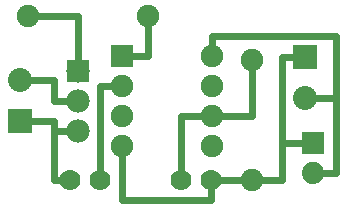
<source format=gtl>
G04 MADE WITH FRITZING*
G04 WWW.FRITZING.ORG*
G04 DOUBLE SIDED*
G04 HOLES PLATED*
G04 CONTOUR ON CENTER OF CONTOUR VECTOR*
%ASAXBY*%
%FSLAX23Y23*%
%MOIN*%
%OFA0B0*%
%SFA1.0B1.0*%
%ADD10C,0.075000*%
%ADD11C,0.070000*%
%ADD12C,0.078000*%
%ADD13C,0.074000*%
%ADD14C,0.080000*%
%ADD15R,0.075000X0.075000*%
%ADD16R,0.078000X0.078000*%
%ADD17R,0.074000X0.074000*%
%ADD18R,0.080000X0.080000*%
%ADD19C,0.024000*%
%LNCOPPER1*%
G90*
G70*
G54D10*
X495Y580D03*
X795Y580D03*
X495Y480D03*
X795Y480D03*
X495Y380D03*
X795Y380D03*
X495Y280D03*
X795Y280D03*
X930Y566D03*
X930Y166D03*
X182Y713D03*
X582Y713D03*
G54D11*
X693Y165D03*
X793Y165D03*
X321Y164D03*
X421Y164D03*
G54D12*
X347Y530D03*
X347Y430D03*
X347Y330D03*
G54D13*
X1133Y287D03*
X1133Y187D03*
G54D14*
X156Y361D03*
X156Y499D03*
X1104Y576D03*
X1104Y438D03*
G54D15*
X495Y580D03*
G54D16*
X347Y530D03*
G54D17*
X1133Y287D03*
G54D18*
X156Y361D03*
X1104Y576D03*
G54D19*
X269Y430D02*
X269Y499D01*
D02*
X269Y499D02*
X187Y499D01*
D02*
X317Y430D02*
X269Y430D01*
D02*
X269Y330D02*
X269Y361D01*
D02*
X269Y361D02*
X187Y361D01*
D02*
X317Y330D02*
X269Y330D01*
D02*
X347Y713D02*
X211Y713D01*
D02*
X347Y561D02*
X347Y713D01*
D02*
X582Y580D02*
X523Y580D01*
D02*
X582Y684D02*
X582Y580D01*
D02*
X317Y330D02*
X268Y330D01*
D02*
X268Y164D02*
X294Y164D01*
D02*
X268Y330D02*
X268Y164D01*
D02*
X421Y480D02*
X421Y191D01*
D02*
X466Y480D02*
X421Y480D01*
D02*
X1028Y576D02*
X1073Y576D01*
D02*
X1028Y287D02*
X1028Y576D01*
D02*
X1102Y287D02*
X1028Y287D01*
D02*
X930Y380D02*
X930Y537D01*
D02*
X823Y380D02*
X930Y380D01*
D02*
X901Y166D02*
X819Y165D01*
D02*
X1209Y645D02*
X1209Y438D01*
D02*
X1209Y438D02*
X1135Y438D01*
D02*
X795Y645D02*
X1209Y645D01*
D02*
X795Y608D02*
X795Y645D01*
D02*
X1209Y187D02*
X1164Y187D01*
D02*
X1209Y438D02*
X1209Y187D01*
D02*
X1135Y438D02*
X1209Y438D01*
D02*
X1027Y166D02*
X959Y166D01*
D02*
X1102Y287D02*
X1027Y287D01*
D02*
X1027Y287D02*
X1027Y166D01*
D02*
X495Y97D02*
X495Y251D01*
D02*
X793Y97D02*
X495Y97D01*
D02*
X793Y139D02*
X793Y97D01*
D02*
X766Y380D02*
X693Y380D01*
D02*
X693Y380D02*
X693Y191D01*
G04 End of Copper1*
M02*
</source>
